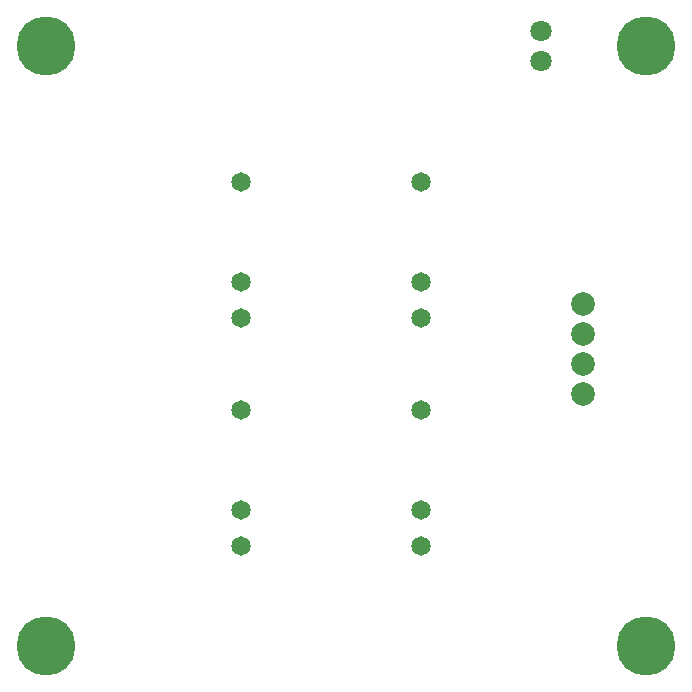
<source format=gbl>
G04 Layer: BottomLayer*
G04 EasyEDA v6.5.22, 2022-12-26 15:03:30*
G04 6014dfcd9050419b8b112a504ac27813,5a6b42c53f6a479593ecc07194224c93,10*
G04 Gerber Generator version 0.2*
G04 Scale: 100 percent, Rotated: No, Reflected: No *
G04 Dimensions in millimeters *
G04 leading zeros omitted , absolute positions ,4 integer and 5 decimal *
%FSLAX45Y45*%
%MOMM*%

%ADD10C,1.6500*%
%ADD11C,5.0000*%
%ADD12C,1.8000*%
%ADD13C,2.0000*%

%LPD*%
D10*
G01*
X2032000Y4309998D03*
G01*
X2032000Y3460013D03*
G01*
X2032000Y3159988D03*
G01*
X3556000Y4309998D03*
G01*
X3556000Y3460013D03*
G01*
X3556000Y3159988D03*
G01*
X2032000Y2379598D03*
G01*
X2032000Y1529613D03*
G01*
X2032000Y1229588D03*
G01*
X3556000Y2379598D03*
G01*
X3556000Y1529613D03*
G01*
X3556000Y1229588D03*
D11*
G01*
X381000Y5461000D03*
G01*
X5461000Y5461000D03*
G01*
X5461000Y381000D03*
G01*
X381000Y381000D03*
D12*
G01*
X4572000Y5588000D03*
G01*
X4572000Y5334000D03*
D13*
G01*
X4931206Y3274161D03*
G01*
X4931206Y2512161D03*
G01*
X4931206Y2766161D03*
G01*
X4931206Y3020161D03*
M02*

</source>
